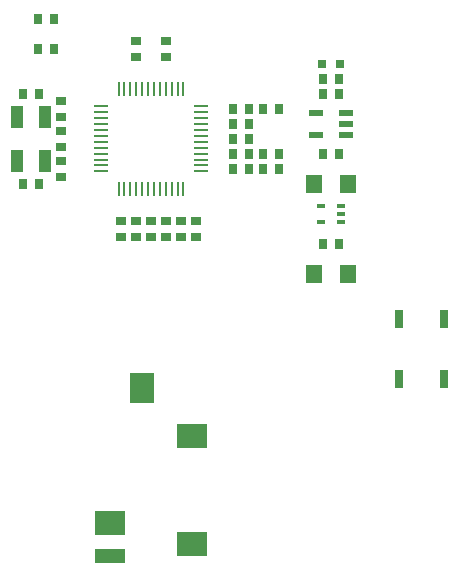
<source format=gbr>
G04 EAGLE Gerber RS-274X export*
G75*
%MOMM*%
%FSLAX34Y34*%
%LPD*%
%INSolderpaste Top*%
%IPPOS*%
%AMOC8*
5,1,8,0,0,1.08239X$1,22.5*%
G01*
%ADD10R,1.200000X0.550000*%
%ADD11R,0.700000X0.900000*%
%ADD12R,1.400000X1.600000*%
%ADD13R,0.800000X0.800000*%
%ADD14R,0.254000X1.143000*%
%ADD15R,1.143000X0.254000*%
%ADD16R,1.100000X1.900000*%
%ADD17R,0.900000X0.700000*%
%ADD18R,0.750000X0.400000*%
%ADD19R,0.685800X0.330200*%
%ADD20R,0.762000X1.524000*%
%ADD21R,2.500000X2.000000*%
%ADD22R,2.000000X2.500000*%
%ADD23R,2.500000X1.200000*%


D10*
X432101Y371500D03*
X432101Y381000D03*
X432101Y390500D03*
X406099Y390500D03*
X406099Y371500D03*
D11*
X412600Y355600D03*
X425600Y355600D03*
D12*
X433100Y330200D03*
X405100Y330200D03*
D11*
X412600Y419100D03*
X425600Y419100D03*
D13*
X426600Y431800D03*
X411600Y431800D03*
D14*
X294200Y410800D03*
X289200Y410800D03*
X284200Y410800D03*
X279200Y410800D03*
X274200Y410800D03*
X269200Y410800D03*
X264200Y410800D03*
X259200Y410800D03*
X254200Y410800D03*
X249200Y410800D03*
X244200Y410800D03*
X239200Y410800D03*
D15*
X224200Y395800D03*
X224200Y390800D03*
X224200Y385800D03*
X224200Y380800D03*
X224200Y375800D03*
X224200Y370800D03*
X224200Y365800D03*
X224200Y360800D03*
X224200Y355800D03*
X224200Y350800D03*
X224200Y345800D03*
X224200Y340800D03*
D14*
X239200Y325800D03*
X244200Y325800D03*
X249200Y325800D03*
X254200Y325800D03*
X259200Y325800D03*
X264200Y325800D03*
X269200Y325800D03*
X274200Y325800D03*
X279200Y325800D03*
X284200Y325800D03*
X289200Y325800D03*
X294200Y325800D03*
D15*
X309200Y340800D03*
X309200Y345800D03*
X309200Y350800D03*
X309200Y355800D03*
X309200Y360800D03*
X309200Y365800D03*
X309200Y370800D03*
X309200Y375800D03*
X309200Y380800D03*
X309200Y385800D03*
X309200Y390800D03*
X309200Y395800D03*
D12*
X433100Y254000D03*
X405100Y254000D03*
D11*
X412600Y279400D03*
X425600Y279400D03*
X158600Y330200D03*
X171600Y330200D03*
X171600Y406400D03*
X158600Y406400D03*
D16*
X153600Y386800D03*
X176600Y349800D03*
X176600Y386800D03*
X153600Y349800D03*
D17*
X190500Y374800D03*
X190500Y361800D03*
D11*
X349400Y381000D03*
X336400Y381000D03*
D17*
X254000Y298600D03*
X254000Y285600D03*
X254000Y451000D03*
X254000Y438000D03*
X279400Y451000D03*
X279400Y438000D03*
D11*
X349400Y342900D03*
X336400Y342900D03*
X349400Y393700D03*
X336400Y393700D03*
X349400Y355600D03*
X336400Y355600D03*
X361800Y342900D03*
X374800Y342900D03*
X361800Y393700D03*
X374800Y393700D03*
X361800Y355600D03*
X374800Y355600D03*
D17*
X292100Y285600D03*
X292100Y298600D03*
X279400Y285600D03*
X279400Y298600D03*
D18*
X410850Y298300D03*
X410850Y311300D03*
D19*
X427355Y298069D03*
X427355Y304800D03*
X427355Y311531D03*
D20*
X514350Y215900D03*
X514350Y165100D03*
X476250Y215900D03*
X476250Y165100D03*
D11*
X412600Y406400D03*
X425600Y406400D03*
D17*
X190500Y349400D03*
X190500Y336400D03*
X190500Y387200D03*
X190500Y400200D03*
X241300Y285600D03*
X241300Y298600D03*
X304800Y285600D03*
X304800Y298600D03*
D11*
X336400Y368300D03*
X349400Y368300D03*
D17*
X266700Y298600D03*
X266700Y285600D03*
D11*
X171300Y469900D03*
X184300Y469900D03*
X171300Y444500D03*
X184300Y444500D03*
D21*
X301200Y25000D03*
X301200Y117000D03*
X232200Y43000D03*
D22*
X259200Y157500D03*
D23*
X232200Y15000D03*
M02*

</source>
